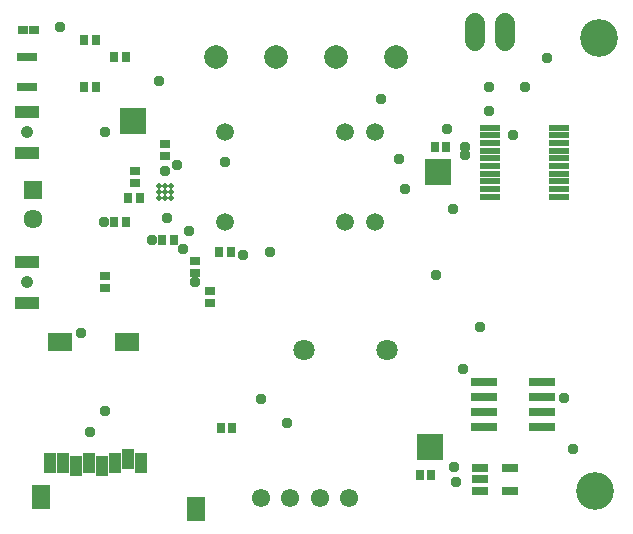
<source format=gbr>
G04 EAGLE Gerber RS-274X export*
G75*
%MOMM*%
%FSLAX34Y34*%
%LPD*%
%INSoldermask Top*%
%IPPOS*%
%AMOC8*
5,1,8,0,0,1.08239X$1,22.5*%
G01*
G04 Define Apertures*
%ADD10C,3.203200*%
%ADD11R,0.903200X0.703200*%
%ADD12R,1.389600X0.800300*%
%ADD13R,2.172600X0.795400*%
%ADD14R,1.603200X2.103200*%
%ADD15R,2.003200X1.603200*%
%ADD16R,1.003200X1.703200*%
%ADD17C,2.003200*%
%ADD18C,1.803200*%
%ADD19R,0.738300X0.847200*%
%ADD20R,2.003200X1.003200*%
%ADD21C,1.053200*%
%ADD22C,1.551200*%
%ADD23C,1.511200*%
%ADD24R,1.676400X0.558800*%
%ADD25R,0.763200X0.832300*%
%ADD26C,0.482600*%
%ADD27R,0.832300X0.763200*%
%ADD28R,0.847200X0.738300*%
%ADD29C,1.727200*%
%ADD30R,1.611200X1.611200*%
%ADD31C,1.611200*%
%ADD32R,2.203200X2.203200*%
%ADD33C,0.959600*%
D10*
X540362Y549608D03*
X536942Y166225D03*
D11*
X61535Y556322D03*
X52535Y556322D03*
X60380Y533400D03*
X51380Y533400D03*
X60380Y508000D03*
X51380Y508000D03*
D12*
X439476Y185522D03*
X439476Y176022D03*
X439476Y166522D03*
X464764Y166522D03*
X464764Y185522D03*
D13*
X442624Y258572D03*
X442624Y245872D03*
X442624Y233172D03*
X442624Y220472D03*
X492096Y220472D03*
X492096Y233172D03*
X492096Y245872D03*
X492096Y258572D03*
D14*
X67810Y160978D03*
X199310Y150978D03*
D15*
X83810Y292478D03*
X140810Y292478D03*
D16*
X130710Y189478D03*
X108710Y189478D03*
X86710Y189478D03*
X75710Y189478D03*
X152710Y189478D03*
X141710Y193478D03*
X119710Y187478D03*
X97710Y187478D03*
D17*
X368300Y533400D03*
X317500Y533400D03*
X266700Y533400D03*
X215900Y533400D03*
D18*
X290882Y285242D03*
X360882Y285242D03*
D19*
X139695Y533400D03*
X129545Y533400D03*
X114295Y547542D03*
X104145Y547542D03*
X114295Y508000D03*
X104145Y508000D03*
D20*
X55880Y487400D03*
X55880Y452400D03*
D21*
X55880Y469900D03*
D22*
X254000Y160528D03*
X279000Y160528D03*
X304000Y160528D03*
X329000Y160528D03*
D23*
X223520Y393700D03*
X325120Y393700D03*
X350520Y393700D03*
X350520Y469900D03*
X325120Y469900D03*
X223520Y469900D03*
D24*
X448310Y473750D03*
X448310Y467250D03*
X448310Y460750D03*
X448310Y454250D03*
X448310Y447750D03*
X448310Y441250D03*
X448310Y434750D03*
X448310Y428250D03*
X448310Y421750D03*
X448310Y415250D03*
X506730Y415250D03*
X506730Y421750D03*
X506730Y428250D03*
X506730Y434750D03*
X506730Y441250D03*
X506730Y447750D03*
X506730Y454250D03*
X506730Y460750D03*
X506730Y467250D03*
X506730Y473750D03*
D25*
X410895Y457200D03*
X401203Y457200D03*
X398292Y179578D03*
X388600Y179578D03*
D26*
X177721Y414099D03*
X172720Y414099D03*
X167719Y414099D03*
X177721Y419100D03*
X172720Y419100D03*
X167719Y419100D03*
X177721Y424101D03*
X172720Y424101D03*
X167719Y424101D03*
D27*
X147320Y426954D03*
X147320Y436646D03*
X172720Y449814D03*
X172720Y459506D03*
D19*
X228595Y368300D03*
X218445Y368300D03*
D28*
X210820Y325125D03*
X210820Y335275D03*
D19*
X170185Y378460D03*
X180335Y378460D03*
X129545Y393700D03*
X139695Y393700D03*
D28*
X198120Y360675D03*
X198120Y350525D03*
D20*
X55880Y360400D03*
X55880Y325400D03*
D21*
X55880Y342900D03*
D28*
X121920Y337825D03*
X121920Y347975D03*
D25*
X151535Y414020D03*
X141843Y414020D03*
X219944Y219456D03*
X229636Y219456D03*
D29*
X434848Y547116D02*
X434848Y562356D01*
X460248Y562356D02*
X460248Y547116D01*
D30*
X60960Y421232D03*
D31*
X60960Y396232D03*
D32*
X397510Y203200D03*
X145288Y479044D03*
X403860Y435864D03*
D33*
X223520Y444500D03*
X477520Y508000D03*
X426720Y457200D03*
X426720Y450216D03*
X83820Y559336D03*
X121019Y393700D03*
X198120Y342900D03*
X109220Y215900D03*
X172720Y436880D03*
X182880Y441960D03*
X238760Y365760D03*
X161659Y378460D03*
X510540Y244602D03*
X417158Y186182D03*
X419100Y173482D03*
X355600Y497840D03*
X411480Y472440D03*
X467360Y467360D03*
X254000Y244348D03*
X276098Y223266D03*
X121920Y233680D03*
X402314Y349272D03*
X101600Y299720D03*
X167640Y513080D03*
X447040Y508000D03*
X261620Y368300D03*
X121920Y469900D03*
X424688Y268986D03*
X416757Y404503D03*
X187960Y370840D03*
X375920Y421640D03*
X174244Y397002D03*
X439420Y304800D03*
X518160Y201422D03*
X193040Y386080D03*
X370840Y447040D03*
X496570Y532638D03*
X447040Y487680D03*
M02*

</source>
